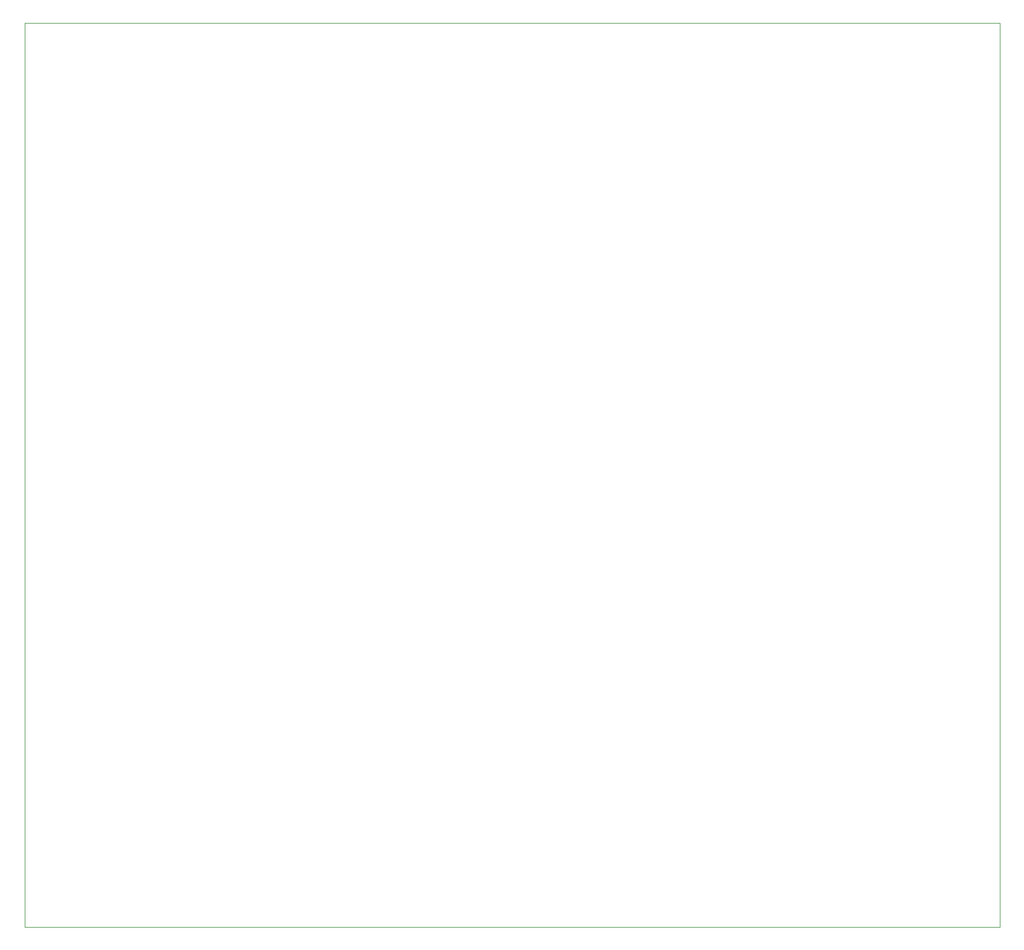
<source format=gbr>
%TF.GenerationSoftware,KiCad,Pcbnew,9.0.2*%
%TF.CreationDate,2025-10-01T16:12:30+03:00*%
%TF.ProjectId,SolarMonitor_V1,536f6c61-724d-46f6-9e69-746f725f5631,rev?*%
%TF.SameCoordinates,Original*%
%TF.FileFunction,Profile,NP*%
%FSLAX46Y46*%
G04 Gerber Fmt 4.6, Leading zero omitted, Abs format (unit mm)*
G04 Created by KiCad (PCBNEW 9.0.2) date 2025-10-01 16:12:30*
%MOMM*%
%LPD*%
G01*
G04 APERTURE LIST*
%TA.AperFunction,Profile*%
%ADD10C,0.100000*%
%TD*%
G04 APERTURE END LIST*
D10*
X28000000Y-53500000D02*
X168000000Y-53500000D01*
X168000000Y-183500000D01*
X28000000Y-183500000D01*
X28000000Y-53500000D01*
M02*

</source>
